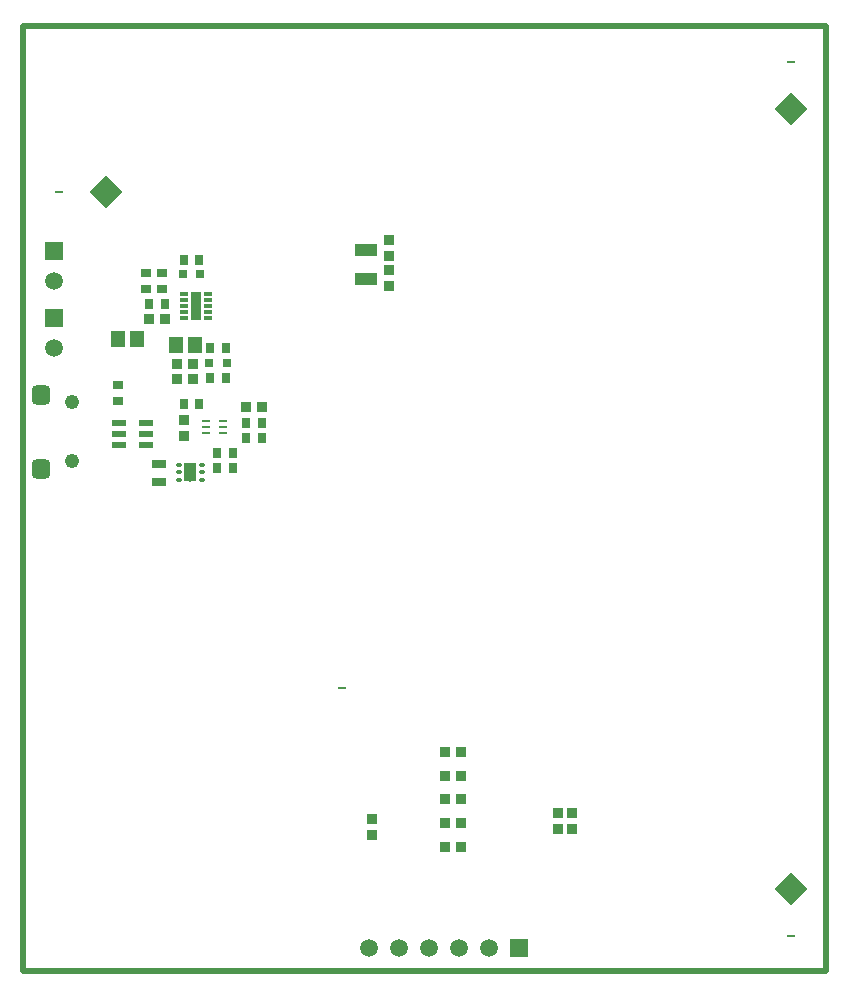
<source format=gbs>
G04 Layer_Color=16711935*
%FSLAX44Y44*%
%MOMM*%
G71*
G01*
G75*
%ADD25R,0.8000X0.9000*%
%ADD26R,0.9000X0.8000*%
%ADD34R,0.9500X0.8500*%
%ADD35R,0.8500X0.9500*%
%ADD42R,0.8000X0.8000*%
%ADD49C,0.5000*%
%ADD55C,1.5000*%
%ADD56R,1.5000X1.5000*%
%ADD57R,1.5000X1.5000*%
G04:AMPARAMS|DCode=58|XSize=1.65mm|YSize=1.55mm|CornerRadius=0.3875mm|HoleSize=0mm|Usage=FLASHONLY|Rotation=90.000|XOffset=0mm|YOffset=0mm|HoleType=Round|Shape=RoundedRectangle|*
%AMROUNDEDRECTD58*
21,1,1.6500,0.7750,0,0,90.0*
21,1,0.8750,1.5500,0,0,90.0*
1,1,0.7750,0.3875,0.4375*
1,1,0.7750,0.3875,-0.4375*
1,1,0.7750,-0.3875,-0.4375*
1,1,0.7750,-0.3875,0.4375*
%
%ADD58ROUNDEDRECTD58*%
%ADD59O,1.2000X1.2500*%
%ADD60O,0.7000X0.2300*%
%ADD63C,0.5000*%
%ADD88R,1.9000X1.1000*%
G04:AMPARAMS|DCode=89|XSize=1mm|YSize=1.6mm|CornerRadius=0.05mm|HoleSize=0mm|Usage=FLASHONLY|Rotation=0.000|XOffset=0mm|YOffset=0mm|HoleType=Round|Shape=RoundedRectangle|*
%AMROUNDEDRECTD89*
21,1,1.0000,1.5000,0,0,0.0*
21,1,0.9000,1.6000,0,0,0.0*
1,1,0.1000,0.4500,-0.7500*
1,1,0.1000,-0.4500,-0.7500*
1,1,0.1000,-0.4500,0.7500*
1,1,0.1000,0.4500,0.7500*
%
%ADD89ROUNDEDRECTD89*%
G04:AMPARAMS|DCode=90|XSize=0.3mm|YSize=0.45mm|CornerRadius=0.0495mm|HoleSize=0mm|Usage=FLASHONLY|Rotation=270.000|XOffset=0mm|YOffset=0mm|HoleType=Round|Shape=RoundedRectangle|*
%AMROUNDEDRECTD90*
21,1,0.3000,0.3510,0,0,270.0*
21,1,0.2010,0.4500,0,0,270.0*
1,1,0.0990,-0.1755,-0.1005*
1,1,0.0990,-0.1755,0.1005*
1,1,0.0990,0.1755,0.1005*
1,1,0.0990,0.1755,-0.1005*
%
%ADD90ROUNDEDRECTD90*%
%ADD91R,0.6604X0.3048*%
%ADD92R,0.8382X2.3876*%
%ADD93R,0.7000X0.2500*%
%ADD94R,1.2000X0.8000*%
%ADD95R,1.2000X0.6000*%
%ADD96R,1.3000X1.4500*%
%ADD108P,2.8284X4X180.0*%
D25*
X164250Y426000D02*
D03*
X177750D02*
D03*
X106840Y565110D02*
D03*
X120340D02*
D03*
X171750Y527500D02*
D03*
X158250D02*
D03*
X135750Y602500D02*
D03*
X149250D02*
D03*
X189000Y464500D02*
D03*
X202500D02*
D03*
Y451500D02*
D03*
X189000D02*
D03*
X135750Y480000D02*
D03*
X149250D02*
D03*
X164250Y439000D02*
D03*
X177750D02*
D03*
X171750Y502500D02*
D03*
X158250D02*
D03*
D26*
X103590Y577360D02*
D03*
Y590860D02*
D03*
X117590D02*
D03*
Y577360D02*
D03*
X80250Y496250D02*
D03*
Y482750D02*
D03*
D34*
X135840Y467110D02*
D03*
Y453610D02*
D03*
X310000Y605250D02*
D03*
Y618750D02*
D03*
Y593750D02*
D03*
Y580250D02*
D03*
X452500Y120750D02*
D03*
Y134250D02*
D03*
X465000Y120750D02*
D03*
Y134250D02*
D03*
X295000Y115750D02*
D03*
Y129250D02*
D03*
D35*
X130250Y501250D02*
D03*
X143750D02*
D03*
X130250Y514250D02*
D03*
X143750D02*
D03*
X106840Y552110D02*
D03*
X120340D02*
D03*
X189000Y477500D02*
D03*
X202500D02*
D03*
X370950Y125500D02*
D03*
X357450D02*
D03*
X370950Y105500D02*
D03*
X357450D02*
D03*
X370950Y145500D02*
D03*
X357450D02*
D03*
X370950Y165500D02*
D03*
X357450D02*
D03*
X370950Y185500D02*
D03*
X357450D02*
D03*
D42*
X135000Y590000D02*
D03*
X150000D02*
D03*
X172500Y515000D02*
D03*
X157500D02*
D03*
D49*
X0Y800000D02*
X680000D01*
Y0D02*
Y800000D01*
X0Y0D02*
X680000D01*
X0D02*
Y800000D01*
D55*
X26249Y584600D02*
D03*
X26500Y527600D02*
D03*
X394600Y20000D02*
D03*
X369200D02*
D03*
X343800D02*
D03*
X318400D02*
D03*
X293000D02*
D03*
D56*
X26249Y610000D02*
D03*
X26500Y553000D02*
D03*
D57*
X420000Y20000D02*
D03*
D58*
X14660Y425660D02*
D03*
Y488060D02*
D03*
D59*
X41660Y481860D02*
D03*
Y431860D02*
D03*
D60*
X650000Y30000D02*
D03*
Y770000D02*
D03*
X30000Y660000D02*
D03*
X270000Y240000D02*
D03*
D63*
X141250Y417000D02*
D03*
Y428000D02*
D03*
D88*
X290500Y586000D02*
D03*
Y611000D02*
D03*
D89*
X141250Y422500D02*
D03*
D90*
X151000Y416000D02*
D03*
Y422500D02*
D03*
Y429000D02*
D03*
X131500D02*
D03*
Y422500D02*
D03*
Y416000D02*
D03*
D91*
X136340Y553344D02*
D03*
Y558170D02*
D03*
Y563250D02*
D03*
Y568330D02*
D03*
Y573156D02*
D03*
X156660D02*
D03*
Y568330D02*
D03*
Y563250D02*
D03*
Y558170D02*
D03*
Y553344D02*
D03*
D92*
X146500Y563250D02*
D03*
D93*
X155150Y455500D02*
D03*
Y460500D02*
D03*
Y465500D02*
D03*
X169350Y455500D02*
D03*
Y460500D02*
D03*
Y465500D02*
D03*
D94*
X115000Y414500D02*
D03*
Y429500D02*
D03*
D95*
X81000Y445500D02*
D03*
Y455000D02*
D03*
Y464500D02*
D03*
X104000D02*
D03*
Y455000D02*
D03*
Y445500D02*
D03*
D96*
X80000Y535000D02*
D03*
X96000D02*
D03*
X145500Y530000D02*
D03*
X129500D02*
D03*
D108*
X650000Y70000D02*
D03*
X70000Y660000D02*
D03*
X650000Y730000D02*
D03*
M02*

</source>
